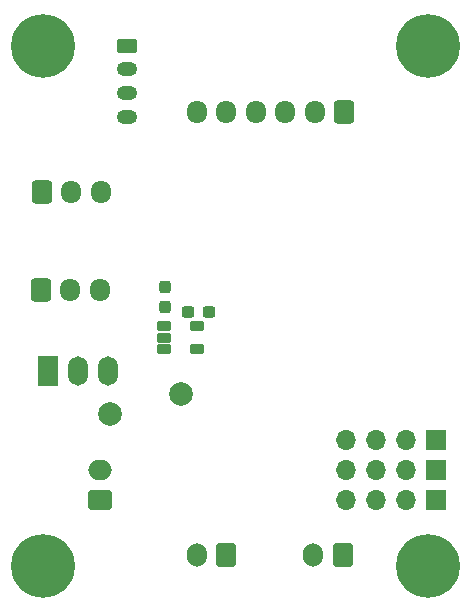
<source format=gbs>
G04 #@! TF.GenerationSoftware,KiCad,Pcbnew,8.0.8*
G04 #@! TF.CreationDate,2025-02-05T20:31:25+01:00*
G04 #@! TF.ProjectId,Janus_finalV,4a616e75-735f-4666-996e-616c562e6b69,rev?*
G04 #@! TF.SameCoordinates,Original*
G04 #@! TF.FileFunction,Soldermask,Bot*
G04 #@! TF.FilePolarity,Negative*
%FSLAX46Y46*%
G04 Gerber Fmt 4.6, Leading zero omitted, Abs format (unit mm)*
G04 Created by KiCad (PCBNEW 8.0.8) date 2025-02-05 20:31:25*
%MOMM*%
%LPD*%
G01*
G04 APERTURE LIST*
G04 Aperture macros list*
%AMRoundRect*
0 Rectangle with rounded corners*
0 $1 Rounding radius*
0 $2 $3 $4 $5 $6 $7 $8 $9 X,Y pos of 4 corners*
0 Add a 4 corners polygon primitive as box body*
4,1,4,$2,$3,$4,$5,$6,$7,$8,$9,$2,$3,0*
0 Add four circle primitives for the rounded corners*
1,1,$1+$1,$2,$3*
1,1,$1+$1,$4,$5*
1,1,$1+$1,$6,$7*
1,1,$1+$1,$8,$9*
0 Add four rect primitives between the rounded corners*
20,1,$1+$1,$2,$3,$4,$5,0*
20,1,$1+$1,$4,$5,$6,$7,0*
20,1,$1+$1,$6,$7,$8,$9,0*
20,1,$1+$1,$8,$9,$2,$3,0*%
G04 Aperture macros list end*
%ADD10R,1.700000X1.700000*%
%ADD11O,1.700000X1.700000*%
%ADD12C,5.400000*%
%ADD13RoundRect,0.250000X-0.625000X0.350000X-0.625000X-0.350000X0.625000X-0.350000X0.625000X0.350000X0*%
%ADD14O,1.750000X1.200000*%
%ADD15R,1.700000X2.500000*%
%ADD16O,1.700000X2.500000*%
%ADD17RoundRect,0.250000X-0.600000X-0.725000X0.600000X-0.725000X0.600000X0.725000X-0.600000X0.725000X0*%
%ADD18O,1.700000X1.950000*%
%ADD19RoundRect,0.250000X0.600000X0.725000X-0.600000X0.725000X-0.600000X-0.725000X0.600000X-0.725000X0*%
%ADD20C,2.000000*%
%ADD21RoundRect,0.250000X0.600000X0.750000X-0.600000X0.750000X-0.600000X-0.750000X0.600000X-0.750000X0*%
%ADD22O,1.700000X2.000000*%
%ADD23RoundRect,0.250000X0.750000X-0.600000X0.750000X0.600000X-0.750000X0.600000X-0.750000X-0.600000X0*%
%ADD24O,2.000000X1.700000*%
%ADD25RoundRect,0.102000X-0.450000X-0.300000X0.450000X-0.300000X0.450000X0.300000X-0.450000X0.300000X0*%
%ADD26RoundRect,0.237500X-0.300000X-0.237500X0.300000X-0.237500X0.300000X0.237500X-0.300000X0.237500X0*%
%ADD27RoundRect,0.237500X0.237500X-0.300000X0.237500X0.300000X-0.237500X0.300000X-0.237500X-0.300000X0*%
G04 APERTURE END LIST*
D10*
X147700000Y-80080000D03*
D11*
X145160000Y-80080000D03*
X142620000Y-80080000D03*
X140080000Y-80080000D03*
D12*
X147000000Y-85600000D03*
D13*
X121500000Y-41600000D03*
D14*
X121500000Y-43600000D03*
X121500000Y-45600000D03*
X121500000Y-47600000D03*
D10*
X147700000Y-77540000D03*
D11*
X145160000Y-77540000D03*
X142620000Y-77540000D03*
X140080000Y-77540000D03*
D15*
X114820000Y-69100000D03*
D16*
X117360000Y-69100000D03*
X119900000Y-69100000D03*
D12*
X114400000Y-41600000D03*
D17*
X114200000Y-62300000D03*
D18*
X116700000Y-62300000D03*
X119200000Y-62300000D03*
D17*
X114300000Y-54000000D03*
D18*
X116800000Y-54000000D03*
X119300000Y-54000000D03*
D10*
X147700000Y-75000000D03*
D11*
X145160000Y-75000000D03*
X142620000Y-75000000D03*
X140080000Y-75000000D03*
D12*
X147000000Y-41600000D03*
X114400000Y-85600000D03*
D19*
X139900000Y-47200000D03*
D18*
X137400000Y-47200000D03*
X134900000Y-47200000D03*
X132400000Y-47200000D03*
X129900000Y-47200000D03*
X127400000Y-47200000D03*
D20*
X126100000Y-71100000D03*
D21*
X129900000Y-84700000D03*
D22*
X127400000Y-84700000D03*
D23*
X119200000Y-80050000D03*
D24*
X119200000Y-77550000D03*
D20*
X120100000Y-72800000D03*
D21*
X139750000Y-84700000D03*
D22*
X137250000Y-84700000D03*
D25*
X124662500Y-67250000D03*
X124662500Y-66300000D03*
X124662500Y-65350000D03*
X127462500Y-65350000D03*
X127462500Y-67250000D03*
D26*
X126700000Y-64100000D03*
X128425000Y-64100000D03*
D27*
X124700000Y-63725000D03*
X124700000Y-62000000D03*
M02*

</source>
